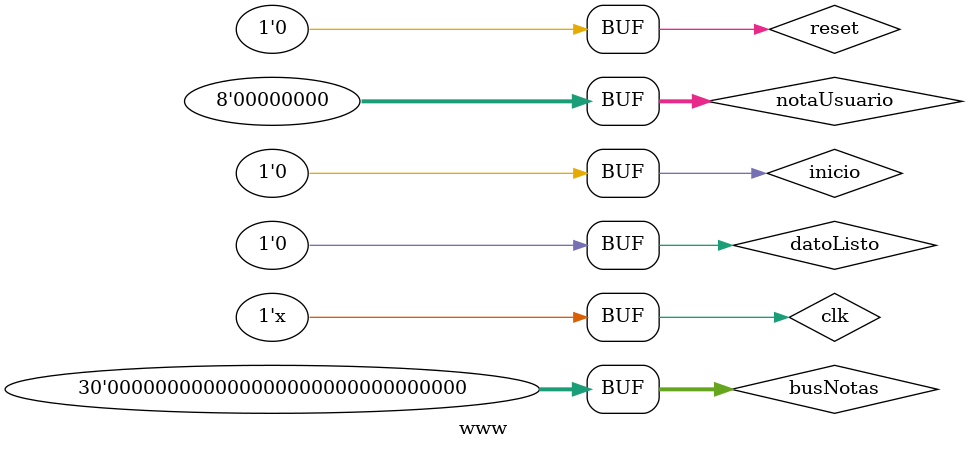
<source format=v>
`timescale 1ns / 1ps


module www;

	// Inputs
	reg clk;
	reg reset;
	reg inicio;
	reg [29:0] busNotas;
	reg [7:0] notaUsuario;
	reg datoListo;

	// Outputs
	wire [2:0] notaSalida;
	wire juegoListo;
	wire cargarSecuencia;
	wire finJuego;
	wire contarNotas;
	wire [3:0] state;
	wire [3:0] next;

	// Instantiate the Unit Under Test (UUT)
	FSM_Modo_Reto uut (
		.clk(clk), 
		.reset(reset), 
		.inicio(inicio), 
		.busNotas(busNotas), 
		.notaUsuario(notaUsuario), 
		.datoListo(datoListo), 
		.notaSalida(notaSalida), 
		.juegoListo(juegoListo), 
		.cargarSecuencia(cargarSecuencia), 
		.finJuego(finJuego), 
		.contarNotas(contarNotas), 
		.state(state), 
		.next(next)
	);

	initial begin
		// Initialize Inputs
		clk = 0;
		reset = 0;
		inicio = 0;
		busNotas = 0;
		notaUsuario = 0;
		datoListo = 0;

		// Wait 100 ns for global reset to finish
		#100;
		


		// Wait 100 ns for global reset to finish
        
		// Add stimulus here

	end
	
	always begin #20 clk = ~clk; end

      
endmodule


</source>
